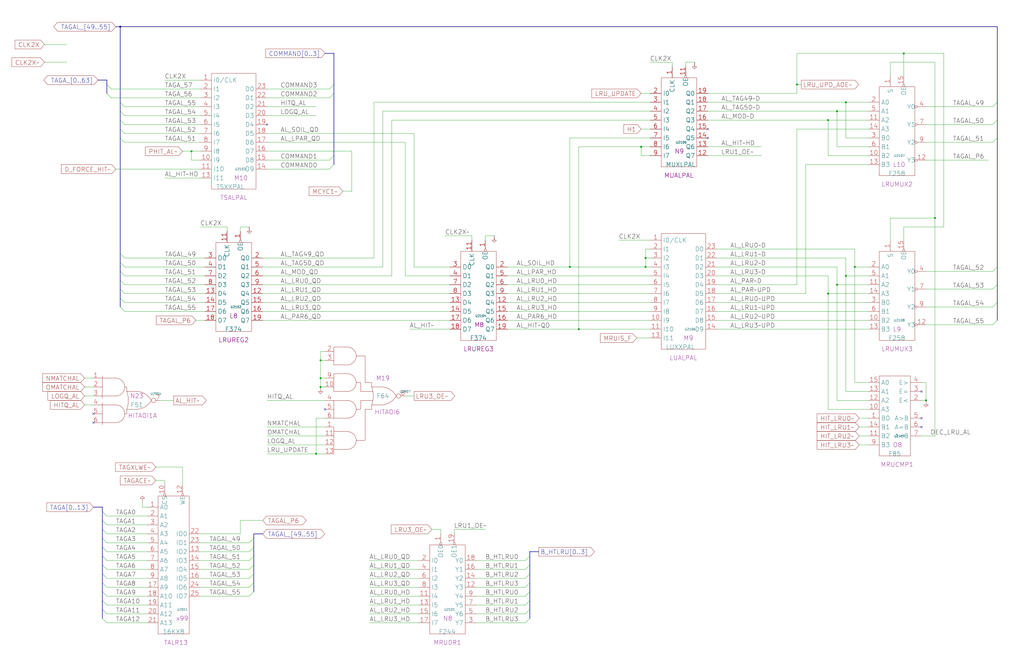
<source format=kicad_sch>
(kicad_sch (version 20230121) (generator eeschema)
  (paper "User" 584.2 378.46)
  (title_block (title "LRU LOGIC\\nPLANE A_LATE") (date "08-MAR-90") (rev "0.0") (comment 1 "MEM32 BOARD") (comment 2 "232-003066") (comment 3 "S400") (comment 4 "RELEASED"))
  (junction (at 180.34 259.08))
  (junction (at 528.32 228.6))
  (junction (at 330.2 187.96))
  (junction (at 368.3 152.4))
  (junction (at 109.22 86.36))
  (junction (at 68.58 15.24))
  (junction (at 515.62 30.48))
  (junction (at 477.52 63.5))
  (junction (at 325.12 152.4))
  (junction (at 365.76 83.82))
  (junction (at 472.44 68.58))
  (junction (at 487.68 152.4))
  (junction (at 477.52 162.56))
  (junction (at 368.3 147.32))
  (junction (at 482.6 58.42))
  (junction (at 182.88 205.74))
  (junction (at 472.44 167.64))
  (junction (at 182.88 220.98))
  (junction (at 454.66 48.26))
  (junction (at 482.6 157.48))
  (junction (at 182.88 215.9))
  (junction (at 533.4 124.46))
  (no_connect (at 403.86 78.74))
  (no_connect (at 53.34 236.22))
  (no_connect (at 525.78 238.76))
  (no_connect (at 53.34 241.3))
  (no_connect (at 152.4 71.12))
  (no_connect (at 525.78 223.52))
  (no_connect (at 403.86 73.66))
  (no_connect (at 525.78 243.84))
  (no_connect (at 185.42 233.68))
  (bus_entry (at 58.42 317.5) (size 2.54 2.54))
  (bus_entry (at 302.26 342.9) (size -2.54 2.54))
  (bus_entry (at 58.42 332.74) (size 2.54 2.54))
  (bus_entry (at 60.96 53.34) (size 2.54 2.54))
  (bus_entry (at 302.26 332.74) (size -2.54 2.54))
  (bus_entry (at 58.42 312.42) (size 2.54 2.54))
  (bus_entry (at 568.96 78.74) (size -2.54 2.54))
  (bus_entry (at 68.58 160.02) (size 2.54 2.54))
  (bus_entry (at 190.5 53.34) (size -2.54 2.54))
  (bus_entry (at 302.26 317.5) (size -2.54 2.54))
  (bus_entry (at 68.58 78.74) (size 2.54 2.54))
  (bus_entry (at 68.58 165.1) (size 2.54 2.54))
  (bus_entry (at 144.78 312.42) (size -2.54 2.54))
  (bus_entry (at 190.5 48.26) (size -2.54 2.54))
  (bus_entry (at 58.42 297.18) (size 2.54 2.54))
  (bus_entry (at 58.42 307.34) (size 2.54 2.54))
  (bus_entry (at 68.58 73.66) (size 2.54 2.54))
  (bus_entry (at 58.42 327.66) (size 2.54 2.54))
  (bus_entry (at 68.58 149.86) (size 2.54 2.54))
  (bus_entry (at 60.96 48.26) (size 2.54 2.54))
  (bus_entry (at 302.26 347.98) (size -2.54 2.54))
  (bus_entry (at 58.42 347.98) (size 2.54 2.54))
  (bus_entry (at 302.26 327.66) (size -2.54 2.54))
  (bus_entry (at 68.58 144.78) (size 2.54 2.54))
  (bus_entry (at 68.58 58.42) (size 2.54 2.54))
  (bus_entry (at 144.78 322.58) (size -2.54 2.54))
  (bus_entry (at 68.58 68.58) (size 2.54 2.54))
  (bus_entry (at 58.42 292.1) (size 2.54 2.54))
  (bus_entry (at 68.58 63.5) (size 2.54 2.54))
  (bus_entry (at 190.5 88.9) (size -2.54 2.54))
  (bus_entry (at 58.42 337.82) (size 2.54 2.54))
  (bus_entry (at 568.96 68.58) (size -2.54 2.54))
  (bus_entry (at 144.78 337.82) (size -2.54 2.54))
  (bus_entry (at 302.26 322.58) (size -2.54 2.54))
  (bus_entry (at 302.26 353.06) (size -2.54 2.54))
  (bus_entry (at 144.78 332.74) (size -2.54 2.54))
  (bus_entry (at 144.78 307.34) (size -2.54 2.54))
  (bus_entry (at 190.5 93.98) (size -2.54 2.54))
  (bus_entry (at 58.42 342.9) (size 2.54 2.54))
  (bus_entry (at 58.42 302.26) (size 2.54 2.54))
  (bus_entry (at 144.78 327.66) (size -2.54 2.54))
  (bus_entry (at 568.96 172.72) (size -2.54 2.54))
  (bus_entry (at 568.96 58.42) (size -2.54 2.54))
  (bus_entry (at 68.58 154.94) (size 2.54 2.54))
  (bus_entry (at 568.96 152.4) (size -2.54 2.54))
  (bus_entry (at 144.78 317.5) (size -2.54 2.54))
  (bus_entry (at 68.58 175.26) (size 2.54 2.54))
  (bus_entry (at 58.42 322.58) (size 2.54 2.54))
  (bus_entry (at 68.58 170.18) (size 2.54 2.54))
  (bus_entry (at 568.96 182.88) (size -2.54 2.54))
  (bus_entry (at 568.96 162.56) (size -2.54 2.54))
  (bus_entry (at 58.42 353.06) (size 2.54 2.54))
  (bus_entry (at 302.26 337.82) (size -2.54 2.54))
  (wire (pts (xy 487.68 152.4) (xy 487.68 142.24)))
  (wire (pts (xy 114.3 309.88) (xy 142.24 309.88)))
  (wire (pts (xy 25.4 25.4) (xy 38.1 25.4)))
  (wire (pts (xy 137.16 129.54) (xy 137.16 132.08)))
  (wire (pts (xy 403.86 53.34) (xy 454.66 53.34)))
  (bus (pts (xy 144.78 322.58) (xy 144.78 327.66)))
  (wire (pts (xy 403.86 83.82) (xy 434.34 83.82)))
  (wire (pts (xy 180.34 259.08) (xy 185.42 259.08)))
  (wire (pts (xy 60.96 294.64) (xy 83.82 294.64)))
  (wire (pts (xy 459.74 93.98) (xy 495.3 93.98)))
  (wire (pts (xy 525.78 228.6) (xy 528.32 228.6)))
  (wire (pts (xy 88.9 266.7) (xy 104.14 266.7)))
  (wire (pts (xy 60.96 335.28) (xy 83.82 335.28)))
  (wire (pts (xy 370.84 58.42) (xy 213.36 58.42)))
  (wire (pts (xy 180.34 238.76) (xy 185.42 238.76)))
  (wire (pts (xy 180.34 259.08) (xy 180.34 238.76)))
  (wire (pts (xy 71.12 172.72) (xy 116.84 172.72)))
  (wire (pts (xy 408.94 177.8) (xy 495.3 177.8)))
  (bus (pts (xy 568.96 172.72) (xy 568.96 162.56)))
  (wire (pts (xy 114.3 314.96) (xy 142.24 314.96)))
  (wire (pts (xy 368.3 142.24) (xy 368.3 147.32)))
  (wire (pts (xy 233.68 187.96) (xy 256.54 187.96)))
  (wire (pts (xy 525.78 248.92) (xy 533.4 248.92)))
  (bus (pts (xy 302.26 347.98) (xy 302.26 353.06)))
  (wire (pts (xy 185.42 200.66) (xy 182.88 200.66)))
  (bus (pts (xy 68.58 58.42) (xy 68.58 63.5)))
  (bus (pts (xy 144.78 332.74) (xy 144.78 337.82)))
  (wire (pts (xy 528.32 154.94) (xy 566.42 154.94)))
  (wire (pts (xy 368.3 147.32) (xy 368.3 152.4)))
  (wire (pts (xy 454.66 162.56) (xy 408.94 162.56)))
  (wire (pts (xy 25.4 35.56) (xy 38.1 35.56)))
  (wire (pts (xy 182.88 205.74) (xy 185.42 205.74)))
  (wire (pts (xy 353.06 137.16) (xy 370.84 137.16)))
  (wire (pts (xy 330.2 187.96) (xy 330.2 83.82)))
  (wire (pts (xy 528.32 185.42) (xy 566.42 185.42)))
  (wire (pts (xy 83.82 289.56) (xy 81.28 289.56)))
  (wire (pts (xy 71.12 157.48) (xy 116.84 157.48)))
  (wire (pts (xy 71.12 81.28) (xy 114.3 81.28)))
  (wire (pts (xy 459.74 167.64) (xy 459.74 93.98)))
  (wire (pts (xy 482.6 157.48) (xy 495.3 157.48)))
  (wire (pts (xy 114.3 101.6) (xy 93.98 101.6)))
  (wire (pts (xy 482.6 223.52) (xy 495.3 223.52)))
  (wire (pts (xy 370.84 35.56) (xy 383.54 35.56)))
  (wire (pts (xy 408.94 187.96) (xy 495.3 187.96)))
  (wire (pts (xy 289.56 182.88) (xy 370.84 182.88)))
  (bus (pts (xy 190.5 88.9) (xy 190.5 93.98)))
  (wire (pts (xy 477.52 228.6) (xy 477.52 162.56)))
  (wire (pts (xy 231.14 157.48) (xy 231.14 81.28)))
  (wire (pts (xy 281.94 134.62) (xy 276.86 134.62)))
  (wire (pts (xy 271.78 350.52) (xy 299.72 350.52)))
  (wire (pts (xy 93.98 274.32) (xy 93.98 276.86)))
  (wire (pts (xy 152.4 96.52) (xy 187.96 96.52)))
  (wire (pts (xy 490.22 238.76) (xy 495.3 238.76)))
  (wire (pts (xy 472.44 157.48) (xy 472.44 167.64)))
  (wire (pts (xy 454.66 53.34) (xy 454.66 48.26)))
  (wire (pts (xy 528.32 91.44) (xy 563.88 91.44)))
  (bus (pts (xy 568.96 78.74) (xy 568.96 152.4)))
  (wire (pts (xy 63.5 55.88) (xy 114.3 55.88)))
  (wire (pts (xy 495.3 78.74) (xy 482.6 78.74)))
  (wire (pts (xy 454.66 48.26) (xy 457.2 48.26)))
  (wire (pts (xy 71.12 162.56) (xy 116.84 162.56)))
  (wire (pts (xy 370.84 142.24) (xy 368.3 142.24)))
  (bus (pts (xy 68.58 68.58) (xy 68.58 73.66)))
  (wire (pts (xy 60.96 309.88) (xy 83.82 309.88)))
  (wire (pts (xy 289.56 177.8) (xy 370.84 177.8)))
  (bus (pts (xy 190.5 53.34) (xy 190.5 88.9)))
  (bus (pts (xy 302.26 337.82) (xy 302.26 342.9)))
  (wire (pts (xy 231.14 81.28) (xy 152.4 81.28)))
  (bus (pts (xy 58.42 289.56) (xy 58.42 292.1)))
  (wire (pts (xy 403.86 58.42) (xy 482.6 58.42)))
  (wire (pts (xy 60.96 320.04) (xy 83.82 320.04)))
  (wire (pts (xy 149.86 177.8) (xy 256.54 177.8)))
  (wire (pts (xy 325.12 152.4) (xy 368.3 152.4)))
  (wire (pts (xy 152.4 91.44) (xy 187.96 91.44)))
  (wire (pts (xy 472.44 167.64) (xy 472.44 233.68)))
  (bus (pts (xy 58.42 347.98) (xy 58.42 353.06)))
  (wire (pts (xy 477.52 152.4) (xy 408.94 152.4)))
  (wire (pts (xy 533.4 35.56) (xy 508 35.56)))
  (wire (pts (xy 495.3 228.6) (xy 477.52 228.6)))
  (wire (pts (xy 472.44 88.9) (xy 472.44 68.58)))
  (wire (pts (xy 289.56 167.64) (xy 370.84 167.64)))
  (wire (pts (xy 271.78 330.2) (xy 299.72 330.2)))
  (wire (pts (xy 528.32 218.44) (xy 528.32 228.6)))
  (wire (pts (xy 271.78 335.28) (xy 299.72 335.28)))
  (wire (pts (xy 365.76 73.66) (xy 370.84 73.66)))
  (wire (pts (xy 63.5 50.8) (xy 114.3 50.8)))
  (bus (pts (xy 190.5 48.26) (xy 190.5 53.34)))
  (wire (pts (xy 60.96 345.44) (xy 83.82 345.44)))
  (wire (pts (xy 370.84 68.58) (xy 223.52 68.58)))
  (wire (pts (xy 60.96 340.36) (xy 83.82 340.36)))
  (wire (pts (xy 223.52 157.48) (xy 149.86 157.48)))
  (wire (pts (xy 236.22 76.2) (xy 236.22 152.4)))
  (bus (pts (xy 58.42 312.42) (xy 58.42 317.5)))
  (wire (pts (xy 259.08 302.26) (xy 259.08 304.8)))
  (wire (pts (xy 256.54 157.48) (xy 231.14 157.48)))
  (bus (pts (xy 60.96 53.34) (xy 60.96 48.26)))
  (bus (pts (xy 68.58 165.1) (xy 68.58 170.18)))
  (bus (pts (xy 58.42 292.1) (xy 58.42 297.18)))
  (bus (pts (xy 185.42 30.48) (xy 190.5 30.48)))
  (wire (pts (xy 289.56 172.72) (xy 370.84 172.72)))
  (wire (pts (xy 71.12 147.32) (xy 116.84 147.32)))
  (wire (pts (xy 149.86 167.64) (xy 256.54 167.64)))
  (wire (pts (xy 91.44 228.6) (xy 99.06 228.6)))
  (wire (pts (xy 528.32 165.1) (xy 566.42 165.1)))
  (bus (pts (xy 58.42 342.9) (xy 58.42 347.98)))
  (wire (pts (xy 454.66 48.26) (xy 454.66 30.48)))
  (wire (pts (xy 149.86 297.18) (xy 137.16 297.18)))
  (wire (pts (xy 289.56 187.96) (xy 330.2 187.96)))
  (wire (pts (xy 365.76 83.82) (xy 370.84 83.82)))
  (wire (pts (xy 142.24 129.54) (xy 137.16 129.54)))
  (wire (pts (xy 271.78 345.44) (xy 299.72 345.44)))
  (bus (pts (xy 58.42 327.66) (xy 58.42 322.58)))
  (wire (pts (xy 48.26 226.06) (xy 53.34 226.06)))
  (wire (pts (xy 490.22 243.84) (xy 495.3 243.84)))
  (wire (pts (xy 60.96 350.52) (xy 83.82 350.52)))
  (wire (pts (xy 487.68 218.44) (xy 487.68 152.4)))
  (wire (pts (xy 111.76 182.88) (xy 116.84 182.88)))
  (wire (pts (xy 114.3 325.12) (xy 142.24 325.12)))
  (bus (pts (xy 68.58 170.18) (xy 68.58 175.26)))
  (bus (pts (xy 568.96 58.42) (xy 568.96 15.24)))
  (wire (pts (xy 210.82 350.52) (xy 238.76 350.52)))
  (wire (pts (xy 289.56 157.48) (xy 370.84 157.48)))
  (wire (pts (xy 114.3 340.36) (xy 142.24 340.36)))
  (bus (pts (xy 58.42 322.58) (xy 58.42 317.5)))
  (bus (pts (xy 58.42 332.74) (xy 58.42 327.66)))
  (wire (pts (xy 60.96 325.12) (xy 83.82 325.12)))
  (wire (pts (xy 114.3 335.28) (xy 142.24 335.28)))
  (bus (pts (xy 68.58 15.24) (xy 68.58 58.42)))
  (wire (pts (xy 48.26 220.98) (xy 53.34 220.98)))
  (bus (pts (xy 144.78 317.5) (xy 144.78 322.58)))
  (wire (pts (xy 236.22 152.4) (xy 256.54 152.4)))
  (wire (pts (xy 477.52 83.82) (xy 477.52 63.5)))
  (wire (pts (xy 71.12 60.96) (xy 114.3 60.96)))
  (wire (pts (xy 477.52 63.5) (xy 495.3 63.5)))
  (wire (pts (xy 525.78 218.44) (xy 528.32 218.44)))
  (wire (pts (xy 508 137.16) (xy 508 124.46)))
  (wire (pts (xy 477.52 162.56) (xy 477.52 152.4)))
  (bus (pts (xy 568.96 182.88) (xy 568.96 172.72)))
  (bus (pts (xy 58.42 297.18) (xy 58.42 302.26)))
  (wire (pts (xy 289.56 162.56) (xy 370.84 162.56)))
  (wire (pts (xy 515.62 129.54) (xy 515.62 137.16)))
  (bus (pts (xy 302.26 317.5) (xy 302.26 322.58)))
  (wire (pts (xy 60.96 330.2) (xy 83.82 330.2)))
  (bus (pts (xy 144.78 304.8) (xy 144.78 307.34)))
  (bus (pts (xy 68.58 144.78) (xy 68.58 149.86)))
  (wire (pts (xy 210.82 325.12) (xy 238.76 325.12)))
  (bus (pts (xy 190.5 30.48) (xy 190.5 48.26)))
  (wire (pts (xy 454.66 73.66) (xy 454.66 162.56)))
  (wire (pts (xy 137.16 297.18) (xy 137.16 304.8)))
  (wire (pts (xy 129.54 129.54) (xy 129.54 132.08)))
  (wire (pts (xy 213.36 147.32) (xy 149.86 147.32)))
  (wire (pts (xy 490.22 254) (xy 495.3 254)))
  (bus (pts (xy 568.96 162.56) (xy 568.96 152.4)))
  (wire (pts (xy 408.94 167.64) (xy 459.74 167.64)))
  (bus (pts (xy 302.26 322.58) (xy 302.26 327.66)))
  (wire (pts (xy 528.32 81.28) (xy 566.42 81.28)))
  (wire (pts (xy 365.76 53.34) (xy 370.84 53.34)))
  (wire (pts (xy 533.4 124.46) (xy 533.4 35.56)))
  (wire (pts (xy 330.2 187.96) (xy 370.84 187.96)))
  (bus (pts (xy 58.42 337.82) (xy 58.42 342.9)))
  (wire (pts (xy 93.98 45.72) (xy 114.3 45.72)))
  (wire (pts (xy 152.4 76.2) (xy 236.22 76.2)))
  (wire (pts (xy 149.86 182.88) (xy 256.54 182.88)))
  (bus (pts (xy 144.78 312.42) (xy 144.78 317.5)))
  (wire (pts (xy 152.4 50.8) (xy 187.96 50.8)))
  (wire (pts (xy 482.6 157.48) (xy 482.6 223.52)))
  (wire (pts (xy 71.12 177.8) (xy 116.84 177.8)))
  (wire (pts (xy 200.66 86.36) (xy 152.4 86.36)))
  (wire (pts (xy 149.86 172.72) (xy 256.54 172.72)))
  (wire (pts (xy 48.26 231.14) (xy 53.34 231.14)))
  (wire (pts (xy 472.44 68.58) (xy 495.3 68.58)))
  (bus (pts (xy 68.58 154.94) (xy 68.58 160.02)))
  (bus (pts (xy 302.26 327.66) (xy 302.26 332.74)))
  (bus (pts (xy 302.26 332.74) (xy 302.26 337.82)))
  (wire (pts (xy 528.32 71.12) (xy 566.42 71.12)))
  (wire (pts (xy 370.84 88.9) (xy 365.76 88.9)))
  (wire (pts (xy 48.26 215.9) (xy 53.34 215.9)))
  (wire (pts (xy 403.86 63.5) (xy 477.52 63.5)))
  (wire (pts (xy 482.6 147.32) (xy 482.6 157.48)))
  (wire (pts (xy 210.82 330.2) (xy 238.76 330.2)))
  (wire (pts (xy 195.58 109.22) (xy 200.66 109.22)))
  (wire (pts (xy 383.54 35.56) (xy 383.54 38.1)))
  (bus (pts (xy 60.96 45.72) (xy 55.88 45.72)))
  (wire (pts (xy 271.78 320.04) (xy 299.72 320.04)))
  (bus (pts (xy 60.96 48.26) (xy 60.96 45.72)))
  (wire (pts (xy 114.3 304.8) (xy 137.16 304.8)))
  (bus (pts (xy 68.58 149.86) (xy 68.58 154.94)))
  (wire (pts (xy 495.3 83.82) (xy 477.52 83.82)))
  (wire (pts (xy 60.96 314.96) (xy 83.82 314.96)))
  (wire (pts (xy 71.12 71.12) (xy 114.3 71.12)))
  (wire (pts (xy 104.14 266.7) (xy 104.14 276.86)))
  (wire (pts (xy 182.88 205.74) (xy 182.88 215.9)))
  (wire (pts (xy 88.9 274.32) (xy 93.98 274.32)))
  (wire (pts (xy 477.52 162.56) (xy 495.3 162.56)))
  (wire (pts (xy 528.32 175.26) (xy 566.42 175.26)))
  (wire (pts (xy 403.86 68.58) (xy 472.44 68.58)))
  (wire (pts (xy 218.44 63.5) (xy 370.84 63.5)))
  (wire (pts (xy 60.96 304.8) (xy 83.82 304.8)))
  (bus (pts (xy 66.04 15.24) (xy 68.58 15.24)))
  (wire (pts (xy 528.32 60.96) (xy 566.42 60.96)))
  (wire (pts (xy 365.76 88.9) (xy 365.76 83.82)))
  (wire (pts (xy 276.86 134.62) (xy 276.86 137.16)))
  (wire (pts (xy 60.96 299.72) (xy 83.82 299.72)))
  (wire (pts (xy 71.12 152.4) (xy 116.84 152.4)))
  (wire (pts (xy 210.82 355.6) (xy 238.76 355.6)))
  (wire (pts (xy 210.82 340.36) (xy 238.76 340.36)))
  (wire (pts (xy 368.3 152.4) (xy 370.84 152.4)))
  (bus (pts (xy 568.96 78.74) (xy 568.96 68.58)))
  (wire (pts (xy 210.82 335.28) (xy 238.76 335.28)))
  (wire (pts (xy 515.62 30.48) (xy 515.62 43.18)))
  (wire (pts (xy 508 35.56) (xy 508 43.18)))
  (wire (pts (xy 408.94 182.88) (xy 495.3 182.88)))
  (wire (pts (xy 152.4 55.88) (xy 187.96 55.88)))
  (wire (pts (xy 391.16 35.56) (xy 391.16 38.1)))
  (wire (pts (xy 330.2 83.82) (xy 365.76 83.82)))
  (wire (pts (xy 487.68 142.24) (xy 408.94 142.24)))
  (wire (pts (xy 114.3 320.04) (xy 142.24 320.04)))
  (bus (pts (xy 58.42 302.26) (xy 58.42 307.34)))
  (wire (pts (xy 408.94 147.32) (xy 482.6 147.32)))
  (bus (pts (xy 144.78 327.66) (xy 144.78 332.74)))
  (wire (pts (xy 210.82 345.44) (xy 238.76 345.44)))
  (bus (pts (xy 302.26 342.9) (xy 302.26 347.98)))
  (bus (pts (xy 568.96 68.58) (xy 568.96 58.42)))
  (bus (pts (xy 68.58 63.5) (xy 68.58 68.58)))
  (wire (pts (xy 109.22 86.36) (xy 114.3 86.36)))
  (wire (pts (xy 152.4 243.84) (xy 185.42 243.84)))
  (wire (pts (xy 391.16 35.56) (xy 396.24 35.56)))
  (wire (pts (xy 182.88 200.66) (xy 182.88 205.74)))
  (wire (pts (xy 254 134.62) (xy 269.24 134.62)))
  (bus (pts (xy 302.26 314.96) (xy 307.34 314.96)))
  (wire (pts (xy 408.94 157.48) (xy 472.44 157.48)))
  (wire (pts (xy 149.86 152.4) (xy 218.44 152.4)))
  (wire (pts (xy 213.36 58.42) (xy 213.36 147.32)))
  (wire (pts (xy 223.52 68.58) (xy 223.52 157.48)))
  (wire (pts (xy 495.3 88.9) (xy 472.44 88.9)))
  (wire (pts (xy 114.3 129.54) (xy 129.54 129.54)))
  (wire (pts (xy 200.66 109.22) (xy 200.66 86.36)))
  (bus (pts (xy 302.26 314.96) (xy 302.26 317.5)))
  (wire (pts (xy 251.46 302.26) (xy 251.46 304.8)))
  (wire (pts (xy 289.56 152.4) (xy 325.12 152.4)))
  (wire (pts (xy 231.14 226.06) (xy 236.22 226.06)))
  (wire (pts (xy 271.78 340.36) (xy 299.72 340.36)))
  (bus (pts (xy 58.42 307.34) (xy 58.42 312.42)))
  (wire (pts (xy 182.88 215.9) (xy 182.88 220.98)))
  (wire (pts (xy 71.12 66.04) (xy 114.3 66.04)))
  (wire (pts (xy 246.38 302.26) (xy 251.46 302.26)))
  (wire (pts (xy 482.6 78.74) (xy 482.6 58.42)))
  (wire (pts (xy 152.4 259.08) (xy 180.34 259.08)))
  (wire (pts (xy 472.44 167.64) (xy 495.3 167.64)))
  (wire (pts (xy 60.96 355.6) (xy 83.82 355.6)))
  (bus (pts (xy 58.42 337.82) (xy 58.42 332.74)))
  (wire (pts (xy 495.3 218.44) (xy 487.68 218.44)))
  (wire (pts (xy 182.88 215.9) (xy 185.42 215.9)))
  (wire (pts (xy 490.22 248.92) (xy 495.3 248.92)))
  (wire (pts (xy 81.28 289.56) (xy 81.28 287.02)))
  (wire (pts (xy 325.12 78.74) (xy 325.12 152.4)))
  (bus (pts (xy 568.96 15.24) (xy 68.58 15.24)))
  (wire (pts (xy 152.4 60.96) (xy 180.34 60.96)))
  (wire (pts (xy 533.4 124.46) (xy 533.4 248.92)))
  (wire (pts (xy 538.48 129.54) (xy 515.62 129.54)))
  (wire (pts (xy 271.78 355.6) (xy 299.72 355.6)))
  (wire (pts (xy 182.88 220.98) (xy 185.42 220.98)))
  (wire (pts (xy 149.86 162.56) (xy 256.54 162.56)))
  (bus (pts (xy 144.78 307.34) (xy 144.78 312.42)))
  (wire (pts (xy 152.4 248.92) (xy 185.42 248.92)))
  (wire (pts (xy 152.4 66.04) (xy 180.34 66.04)))
  (wire (pts (xy 363.22 193.04) (xy 370.84 193.04)))
  (wire (pts (xy 152.4 228.6) (xy 185.42 228.6)))
  (wire (pts (xy 482.6 58.42) (xy 495.3 58.42)))
  (wire (pts (xy 210.82 320.04) (xy 238.76 320.04)))
  (wire (pts (xy 454.66 30.48) (xy 515.62 30.48)))
  (wire (pts (xy 71.12 167.64) (xy 116.84 167.64)))
  (wire (pts (xy 368.3 147.32) (xy 370.84 147.32)))
  (wire (pts (xy 114.3 91.44) (xy 109.22 91.44)))
  (wire (pts (xy 487.68 152.4) (xy 495.3 152.4)))
  (wire (pts (xy 104.14 86.36) (xy 109.22 86.36)))
  (wire (pts (xy 515.62 30.48) (xy 538.48 30.48)))
  (wire (pts (xy 259.08 302.26) (xy 276.86 302.26)))
  (wire (pts (xy 472.44 233.68) (xy 495.3 233.68)))
  (wire (pts (xy 538.48 30.48) (xy 538.48 129.54)))
  (wire (pts (xy 114.3 330.2) (xy 142.24 330.2)))
  (wire (pts (xy 408.94 172.72) (xy 495.3 172.72)))
  (wire (pts (xy 218.44 152.4) (xy 218.44 63.5)))
  (bus (pts (xy 68.58 73.66) (xy 68.58 78.74)))
  (wire (pts (xy 495.3 73.66) (xy 454.66 73.66)))
  (wire (pts (xy 66.04 96.52) (xy 114.3 96.52)))
  (wire (pts (xy 271.78 325.12) (xy 299.72 325.12)))
  (wire (pts (xy 508 124.46) (xy 533.4 124.46)))
  (wire (pts (xy 71.12 76.2) (xy 114.3 76.2)))
  (bus (pts (xy 149.86 304.8) (xy 144.78 304.8)))
  (bus (pts (xy 53.34 289.56) (xy 58.42 289.56)))
  (wire (pts (xy 403.86 88.9) (xy 434.34 88.9)))
  (wire (pts (xy 152.4 254) (xy 185.42 254)))
  (bus (pts (xy 68.58 160.02) (xy 68.58 165.1)))
  (wire (pts (xy 325.12 78.74) (xy 370.84 78.74)))
  (bus (pts (xy 68.58 78.74) (xy 68.58 144.78)))
  (wire (pts (xy 269.24 134.62) (xy 269.24 137.16)))
  (wire (pts (xy 109.22 91.44) (xy 109.22 86.36)))
  (label "B_HTLRU1" (at 276.86 345.44 0) (effects (font (size 2.54 2.54))))
  (label "B_HTLRU0" (at 276.86 340.36 0) (effects (font (size 2.54 2.54))))
  (label "AL_LRU2~UPD" (at 416.56 182.88 0) (effects (font (size 2.54 2.54))))
  (label "AL_MOD_QD" (at 160.02 157.48 0) (effects (font (size 2.54 2.54))))
  (label "COMMAND1" (at 160.02 91.44 0) (effects (font (size 2.54 2.54))))
  (label "AL_TAG50_QD" (at 160.02 152.4 0) (effects (font (size 2.54 2.54))))
  (label "AL_LRU3_QD" (at 160.02 177.8 0) (effects (font (size 2.54 2.54))))
  (label "DEC_LRU_AL" (at 530.86 248.92 0) (effects (font (size 2.54 2.54))))
  (label "AL_LRU1_QD" (at 210.82 325.12 0) (effects (font (size 2.54 2.54))))
  (label "TAGAL_50" (at 119.38 314.96 0) (effects (font (size 2.54 2.54))))
  (label "OMATCHAL" (at 152.4 248.92 0) (effects (font (size 2.54 2.54))))
  (label "AL_SOIL_HD" (at 294.64 152.4 0) (effects (font (size 2.54 2.54))))
  (label "B_HTLRU0" (at 276.86 320.04 0) (effects (font (size 2.54 2.54))))
  (label "TAGAL_52" (at 93.98 162.56 0) (effects (font (size 2.54 2.54))))
  (label "TAGA11" (at 66.04 350.52 0) (effects (font (size 2.54 2.54))))
  (label "TAGA4" (at 66.04 314.96 0) (effects (font (size 2.54 2.54))))
  (label "CLK2X" (at 114.3 129.54 0) (effects (font (size 2.54 2.54))))
  (label "AL_PAR6_QD" (at 160.02 182.88 0) (effects (font (size 2.54 2.54))))
  (label "AL_LRU0_HD" (at 210.82 340.36 0) (effects (font (size 2.54 2.54))))
  (label "NMATCHAL" (at 152.4 243.84 0) (effects (font (size 2.54 2.54))))
  (label "TAGAL_55" (at 543.56 185.42 0) (effects (font (size 2.54 2.54))))
  (label "TAGA9" (at 66.04 340.36 0) (effects (font (size 2.54 2.54))))
  (label "AL_LPAR_QD" (at 160.02 81.28 0) (effects (font (size 2.54 2.54))))
  (label "TAGA_56" (at 93.98 55.88 0) (effects (font (size 2.54 2.54))))
  (label "AL_LRU0~D" (at 416.56 142.24 0) (effects (font (size 2.54 2.54))))
  (label "CLK2X" (at 93.98 45.72 0) (effects (font (size 2.54 2.54))))
  (label "TAGAL_54" (at 119.38 335.28 0) (effects (font (size 2.54 2.54))))
  (label "AL_TAG50~D" (at 411.48 63.5 0) (effects (font (size 2.54 2.54))))
  (label "B_HTLRU3" (at 276.86 355.6 0) (effects (font (size 2.54 2.54))))
  (label "TAGAL_49" (at 119.38 309.88 0) (effects (font (size 2.54 2.54))))
  (label "LOGQ_AL" (at 152.4 254 0) (effects (font (size 2.54 2.54))))
  (label "CLK2X" (at 353.06 137.16 0) (effects (font (size 2.54 2.54))))
  (label "TAGA5" (at 66.04 320.04 0) (effects (font (size 2.54 2.54))))
  (label "TAGAL_P6" (at 543.56 91.44 0) (effects (font (size 2.54 2.54))))
  (label "AL_PAR~D" (at 416.56 162.56 0) (effects (font (size 2.54 2.54))))
  (label "TAGAL_54" (at 93.98 172.72 0) (effects (font (size 2.54 2.54))))
  (label "TAGAL_51" (at 119.38 320.04 0) (effects (font (size 2.54 2.54))))
  (label "TAGA7" (at 66.04 330.2 0) (effects (font (size 2.54 2.54))))
  (label "TAGAL_54" (at 93.98 66.04 0) (effects (font (size 2.54 2.54))))
  (label "AL_LRU1_HD" (at 294.64 167.64 0) (effects (font (size 2.54 2.54))))
  (label "TAGA1" (at 66.04 299.72 0) (effects (font (size 2.54 2.54))))
  (label "TAGA3" (at 66.04 309.88 0) (effects (font (size 2.54 2.54))))
  (label "AL_LRU1~D" (at 416.56 147.32 0) (effects (font (size 2.54 2.54))))
  (label "TAGAL_49" (at 543.56 60.96 0) (effects (font (size 2.54 2.54))))
  (label "AL_LRU2_HD" (at 294.64 172.72 0) (effects (font (size 2.54 2.54))))
  (label "COMMAND2" (at 160.02 55.88 0) (effects (font (size 2.54 2.54))))
  (label "B_HTLRU2" (at 276.86 350.52 0) (effects (font (size 2.54 2.54))))
  (label "HITQ_AL" (at 160.02 60.96 0) (effects (font (size 2.54 2.54))))
  (label "AL_LRU2~D" (at 416.56 152.4 0) (effects (font (size 2.54 2.54))))
  (label "AL_LRU2_QD" (at 160.02 172.72 0) (effects (font (size 2.54 2.54))))
  (label "AL_LRU1~UPD" (at 416.56 177.8 0) (effects (font (size 2.54 2.54))))
  (label "TAGA6" (at 66.04 325.12 0) (effects (font (size 2.54 2.54))))
  (label "TAGA8" (at 66.04 335.28 0) (effects (font (size 2.54 2.54))))
  (label "TAGA12" (at 66.04 355.6 0) (effects (font (size 2.54 2.54))))
  (label "AL_MOD~D" (at 411.48 68.58 0) (effects (font (size 2.54 2.54))))
  (label "COMMAND3" (at 160.02 50.8 0) (effects (font (size 2.54 2.54))))
  (label "AL_LRU1_QD" (at 160.02 167.64 0) (effects (font (size 2.54 2.54))))
  (label "TAGAL_55" (at 93.98 60.96 0) (effects (font (size 2.54 2.54))))
  (label "AL_HIT~QD" (at 294.64 187.96 0) (effects (font (size 2.54 2.54))))
  (label "AL_LRU2_HD" (at 210.82 350.52 0) (effects (font (size 2.54 2.54))))
  (label "AL_TAG49~D" (at 411.48 58.42 0) (effects (font (size 2.54 2.54))))
  (label "LRU1_OE~" (at 411.48 88.9 0) (effects (font (size 2.54 2.54))))
  (label "TAGA0" (at 66.04 294.64 0) (effects (font (size 2.54 2.54))))
  (label "TAGAL_55" (at 119.38 340.36 0) (effects (font (size 2.54 2.54))))
  (label "AL_LRU3_QD" (at 210.82 335.28 0) (effects (font (size 2.54 2.54))))
  (label "TAGAL_52" (at 543.56 154.94 0) (effects (font (size 2.54 2.54))))
  (label "COMMAND0" (at 160.02 96.52 0) (effects (font (size 2.54 2.54))))
  (label "LRU_UPDATE" (at 152.4 259.08 0) (effects (font (size 2.54 2.54))))
  (label "AL_LRU2_QD" (at 210.82 330.2 0) (effects (font (size 2.54 2.54))))
  (label "AL_HIT~HD" (at 93.98 101.6 0) (effects (font (size 2.54 2.54))))
  (label "AL_LRU0_QD" (at 160.02 162.56 0) (effects (font (size 2.54 2.54))))
  (label "AL_LRU3~D" (at 416.56 157.48 0) (effects (font (size 2.54 2.54))))
  (label "AL_LRU0~UPD" (at 416.56 172.72 0) (effects (font (size 2.54 2.54))))
  (label "AL_LPAR_HD" (at 294.64 157.48 0) (effects (font (size 2.54 2.54))))
  (label "TAGAL_51" (at 93.98 81.28 0) (effects (font (size 2.54 2.54))))
  (label "TAGAL_51" (at 93.98 157.48 0) (effects (font (size 2.54 2.54))))
  (label "AL_LRU0_HD" (at 294.64 162.56 0) (effects (font (size 2.54 2.54))))
  (label "TAGA10" (at 66.04 345.44 0) (effects (font (size 2.54 2.54))))
  (label "TAGAL_52" (at 93.98 76.2 0) (effects (font (size 2.54 2.54))))
  (label "TAGAL_55" (at 93.98 177.8 0) (effects (font (size 2.54 2.54))))
  (label "TAGAL_52" (at 119.38 325.12 0) (effects (font (size 2.54 2.54))))
  (label "AL_TAG49_QD" (at 160.02 147.32 0) (effects (font (size 2.54 2.54))))
  (label "TAGAL_49" (at 93.98 147.32 0) (effects (font (size 2.54 2.54))))
  (label "HITQ_AL" (at 152.4 228.6 0) (effects (font (size 2.54 2.54))))
  (label "B_HTLRU2" (at 276.86 330.2 0) (effects (font (size 2.54 2.54))))
  (label "AL_SOIL_QD" (at 160.02 76.2 0) (effects (font (size 2.54 2.54))))
  (label "CLK2X~" (at 254 134.62 0) (effects (font (size 2.54 2.54))))
  (label "AL_PAR~UPD" (at 416.56 167.64 0) (effects (font (size 2.54 2.54))))
  (label "TAGAL_50" (at 93.98 152.4 0) (effects (font (size 2.54 2.54))))
  (label "TAGAL_54" (at 543.56 175.26 0) (effects (font (size 2.54 2.54))))
  (label "TAGAL_51" (at 543.56 81.28 0) (effects (font (size 2.54 2.54))))
  (label "B_HTLRU3" (at 276.86 335.28 0) (effects (font (size 2.54 2.54))))
  (label "TAGA2" (at 66.04 304.8 0) (effects (font (size 2.54 2.54))))
  (label "TAGAL_53" (at 93.98 71.12 0) (effects (font (size 2.54 2.54))))
  (label "AL_LRU3_HD" (at 294.64 177.8 0) (effects (font (size 2.54 2.54))))
  (label "TAGAL_53" (at 543.56 165.1 0) (effects (font (size 2.54 2.54))))
  (label "AL_LRU1_HD" (at 210.82 345.44 0) (effects (font (size 2.54 2.54))))
  (label "LOGQ_AL" (at 160.02 66.04 0) (effects (font (size 2.54 2.54))))
  (label "CLK2X" (at 370.84 35.56 0) (effects (font (size 2.54 2.54))))
  (label "TAGAL_53" (at 93.98 167.64 0) (effects (font (size 2.54 2.54))))
  (label "AL_LRU3_HD" (at 210.82 355.6 0) (effects (font (size 2.54 2.54))))
  (label "B_HTLRU1" (at 276.86 325.12 0) (effects (font (size 2.54 2.54))))
  (label "LRU1_OE~" (at 259.08 302.26 0) (effects (font (size 2.54 2.54))))
  (label "AL_HIT~HD" (at 411.48 83.82 0) (effects (font (size 2.54 2.54))))
  (label "TAGAL_50" (at 543.56 71.12 0) (effects (font (size 2.54 2.54))))
  (label "TAGA_57" (at 93.98 50.8 0) (effects (font (size 2.54 2.54))))
  (label "AL_LRU0_QD" (at 210.82 320.04 0) (effects (font (size 2.54 2.54))))
  (label "AL_LRU3~UPD" (at 416.56 187.96 0) (effects (font (size 2.54 2.54))))
  (label "AL_PAR6_HD" (at 294.64 182.88 0) (effects (font (size 2.54 2.54))))
  (label "TAGAL_53" (at 119.38 330.2 0) (effects (font (size 2.54 2.54))))
  (label "AL_HIT~" (at 233.68 187.96 0) (effects (font (size 2.54 2.54))))
  (global_label "HITQ_AL" (shape input) (at 48.26 231.14 180) (effects (font (size 2.54 2.54))) (property "Intersheetrefs" "${INTERSHEET_REFS}" (at 28.7988 230.9813 0) (effects (font (size 1.905 1.905)) (justify right))))
  (global_label "CLK2X~" (shape input) (at 25.4 35.56 180) (effects (font (size 2.54 2.54))) (property "Intersheetrefs" "${INTERSHEET_REFS}" (at 1.8264 35.4013 0) (effects (font (size 1.905 1.905)) (justify right))))
  (global_label "COMMAND[0..3]" (shape input) (at 185.42 30.48 180) (effects (font (size 2.54 2.54))) (property "Intersheetrefs" "${INTERSHEET_REFS}" (at 151.5654 30.3213 0) (effects (font (size 1.905 1.905)) (justify right))))
  (global_label "TAGAL_[49..55]" (shape bidirectional) (at 149.86 304.8 0) (effects (font (size 2.54 2.54))) (property "Intersheetrefs" "${INTERSHEET_REFS}" (at 185.8778 304.8 0) (effects (font (size 1.905 1.905)) (justify left))))
  (global_label "B_HTLRU[0..3]" (shape output) (at 307.34 314.96 0) (effects (font (size 2.54 2.54))) (property "Intersheetrefs" "${INTERSHEET_REFS}" (at 339.1384 314.8013 0) (effects (font (size 1.905 1.905)) (justify left))))
  (global_label "TAGA[0..13]" (shape input) (at 53.34 289.56 180) (effects (font (size 2.54 2.54))) (property "Intersheetrefs" "${INTERSHEET_REFS}" (at 25.9551 289.56 0) (effects (font (size 1.905 1.905)) (justify right))))
  (global_label "LRU_UPD_AOE~" (shape output) (at 457.2 48.26 0) (effects (font (size 2.54 2.54))) (property "Intersheetrefs" "${INTERSHEET_REFS}" (at 489.845 48.1013 0) (effects (font (size 1.905 1.905)) (justify left))))
  (global_label "H1" (shape input) (at 365.76 73.66 180) (effects (font (size 2.54 2.54))) (property "Intersheetrefs" "${INTERSHEET_REFS}" (at 355.854 73.5013 0) (effects (font (size 1.905 1.905)) (justify right))))
  (global_label "TAGAL_[49..55]" (shape bidirectional) (at 66.04 15.24 180) (effects (font (size 2.54 2.54))) (property "Intersheetrefs" "${INTERSHEET_REFS}" (at 29.7046 15.24 0) (effects (font (size 1.905 1.905)) (justify right))))
  (global_label "CLK2X" (shape input) (at 25.4 25.4 180) (effects (font (size 2.54 2.54))) (property "Intersheetrefs" "${INTERSHEET_REFS}" (at 1.7054 25.2413 0) (effects (font (size 1.905 1.905)) (justify right))))
  (global_label "LRU3_OE~" (shape input) (at 246.38 302.26 180) (effects (font (size 2.54 2.54))) (property "Intersheetrefs" "${INTERSHEET_REFS}" (at 223.1692 302.1013 0) (effects (font (size 1.905 1.905)) (justify right))))
  (global_label "MCYC1~" (shape input) (at 195.58 109.22 180) (effects (font (size 2.54 2.54))) (property "Intersheetrefs" "${INTERSHEET_REFS}" (at 176.3607 109.0613 0) (effects (font (size 1.905 1.905)) (justify right))))
  (global_label "HIT_LRU0~" (shape input) (at 490.22 238.76 180) (effects (font (size 2.54 2.54))) (property "Intersheetrefs" "${INTERSHEET_REFS}" (at 466.1626 238.6013 0) (effects (font (size 1.905 1.905)) (justify right))))
  (global_label "HIT_LRU3~" (shape input) (at 490.22 254 180) (effects (font (size 2.54 2.54))) (property "Intersheetrefs" "${INTERSHEET_REFS}" (at 466.1626 253.8413 0) (effects (font (size 1.905 1.905)) (justify right))))
  (global_label "LOGQ_AL" (shape input) (at 48.26 226.06 180) (effects (font (size 2.54 2.54))) (property "Intersheetrefs" "${INTERSHEET_REFS}" (at 27.3473 225.9013 0) (effects (font (size 1.905 1.905)) (justify right))))
  (global_label "D_FORCE_HIT~" (shape input) (at 66.04 96.52 180) (effects (font (size 2.54 2.54))) (property "Intersheetrefs" "${INTERSHEET_REFS}" (at 34.9673 96.3613 0) (effects (font (size 1.905 1.905)) (justify right))))
  (global_label "TAGAL_P6" (shape bidirectional) (at 149.86 297.18 0) (effects (font (size 2.54 2.54))) (property "Intersheetrefs" "${INTERSHEET_REFS}" (at 172.466 297.0213 0) (effects (font (size 1.905 1.905)) (justify left))))
  (global_label "TAGACE~" (shape input) (at 88.9 274.32 180) (effects (font (size 2.54 2.54))) (property "Intersheetrefs" "${INTERSHEET_REFS}" (at 66.173 274.1613 0) (effects (font (size 1.905 1.905)) (justify right))))
  (global_label "HIT_LRU1~" (shape input) (at 490.22 243.84 180) (effects (font (size 2.54 2.54))) (property "Intersheetrefs" "${INTERSHEET_REFS}" (at 466.1626 243.6813 0) (effects (font (size 1.905 1.905)) (justify right))))
  (global_label "AL_HIT~" (shape output) (at 99.06 228.6 0) (effects (font (size 2.54 2.54))) (property "Intersheetrefs" "${INTERSHEET_REFS}" (at 118.659 228.6 0) (effects (justify left))))
  (global_label "TAGA_[0..63]" (shape bidirectional) (at 55.88 45.72 180) (effects (font (size 2.54 2.54))) (property "Intersheetrefs" "${INTERSHEET_REFS}" (at 27.2264 45.5613 0) (effects (font (size 1.905 1.905)) (justify right))))
  (global_label "NMATCHAL" (shape input) (at 48.26 215.9 180) (effects (font (size 2.54 2.54))) (property "Intersheetrefs" "${INTERSHEET_REFS}" (at 24.3235 215.7413 0) (effects (font (size 1.905 1.905)) (justify right))))
  (global_label "PHIT_AL~" (shape input) (at 104.14 86.36 180) (effects (font (size 2.54 2.54))) (property "Intersheetrefs" "${INTERSHEET_REFS}" (at 82.9854 86.2013 0) (effects (font (size 1.905 1.905)) (justify right))))
  (global_label "OMATCHAL" (shape input) (at 48.26 220.98 180) (effects (font (size 2.54 2.54))) (property "Intersheetrefs" "${INTERSHEET_REFS}" (at 24.3235 220.8213 0) (effects (font (size 1.905 1.905)) (justify right))))
  (global_label "LRU3_OE~" (shape output) (at 236.22 226.06 0) (effects (font (size 2.54 2.54))) (property "Intersheetrefs" "${INTERSHEET_REFS}" (at 259.4308 225.9013 0) (effects (font (size 1.905 1.905)) (justify left))))
  (global_label "TAGXLWE~" (shape input) (at 88.9 266.7 180) (effects (font (size 2.54 2.54))) (property "Intersheetrefs" "${INTERSHEET_REFS}" (at 65.9311 266.5413 0) (effects (font (size 1.905 1.905)) (justify right))))
  (global_label "LRU_UPDATE" (shape input) (at 365.76 53.34 180) (effects (font (size 2.54 2.54))) (property "Intersheetrefs" "${INTERSHEET_REFS}" (at 337.5902 53.1813 0) (effects (font (size 1.905 1.905)) (justify right))))
  (global_label "TAGAL_P6" (shape input) (at 111.76 182.88 180) (effects (font (size 2.54 2.54))) (property "Intersheetrefs" "${INTERSHEET_REFS}" (at 89.154 182.7213 0) (effects (font (size 1.905 1.905)) (justify right))))
  (global_label "HIT_LRU2~" (shape input) (at 490.22 248.92 180) (effects (font (size 2.54 2.54))) (property "Intersheetrefs" "${INTERSHEET_REFS}" (at 466.1626 248.7613 0) (effects (font (size 1.905 1.905)) (justify right))))
  (global_label "MRUIS_F" (shape input) (at 363.22 193.04 180) (effects (font (size 2.54 2.54))) (property "Intersheetrefs" "${INTERSHEET_REFS}" (at 342.5492 192.8813 0) (effects (font (size 1.905 1.905)) (justify right))))
  (symbol (lib_id "r1000:F258") (at 510.54 93.98 0) (unit 1)
    (property "Reference" "U2107" (at 513.08 88.9 0))
    (property "Value" "F258" (at 506.73 99.06 0) (effects (font (size 2.54 2.54)) (justify left)))
    (property "Location" "L10" (at 509.27 93.98 0) (effects (font (size 2.54 2.54)) (justify left)))
    (property "Name" "LRUMUX2" (at 511.81 106.68 0) (effects (font (size 2.54 2.54)) (justify bottom)))
  )
  (symbol (lib_id "r1000:PD") (at 281.94 134.62 0) (unit 1) (in_bom no)
    (property "Reference" "#PWR0165" (effects hide))
    (property "Value" "PD" (effects hide))
  )
  (symbol (lib_id "r1000:TSXXPAL") (at 134.62 101.6 0) (unit 1)
    (property "Reference" "U2103" (at 137.16 96.52 0))
    (property "Value" "TSXXPAL" (at 123.19 106.68 0) (effects (font (size 2.54 2.54)) (justify left)))
    (property "Location" "M10" (at 133.35 101.6 0) (effects (font (size 2.54 2.54)) (justify left)))
    (property "Name" "TSALPAL" (at 133.35 114.3 0) (effects (font (size 2.54 2.54)) (justify bottom)))
  )
  (symbol (lib_id "r1000:F244") (at 254 353.06 0) (unit 1)
    (property "Reference" "U2101" (at 256.54 347.98 0))
    (property "Value" "F244" (at 250.19 360.68 0) (effects (font (size 2.54 2.54)) (justify left)))
    (property "Location" "N8" (at 252.73 353.06 0) (effects (font (size 2.54 2.54)) (justify left)))
    (property "Name" "MRUDR1" (at 255.27 368.3 0) (effects (font (size 2.54 2.54)) (justify bottom)))
  )
  (symbol (lib_id "r1000:MUXLPAL") (at 386.08 86.36 0) (unit 1)
    (property "Reference" "U2105" (at 388.62 81.28 0))
    (property "Value" "MUXLPAL" (at 379.73 93.98 0) (effects (font (size 2.54 2.54)) (justify left)))
    (property "Location" "N9" (at 384.81 86.36 0) (effects (font (size 2.54 2.54)) (justify left)))
    (property "Name" "MUALPAL" (at 387.35 101.6 0) (effects (font (size 2.54 2.54)) (justify bottom)))
  )
  (symbol (lib_id "r1000:F64") (at 215.9 226.06 0) (unit 1)
    (property "Reference" "U2907" (at 231.14 223.52 0))
    (property "Value" "F64" (at 218.44 226.06 0) (effects (font (size 2.54 2.54))))
    (property "Location" "M19" (at 218.44 215.9 0) (effects (font (size 2.54 2.54))))
    (property "Name" "HITAOI6" (at 220.98 236.68 0) (effects (font (size 2.54 2.54)) (justify bottom)))
    (instances (project "MEM32" (path "" (reference "U2907") (unit 1)) (path "" (reference "U1802") (unit 1))))
  )
  (symbol (lib_id "r1000:PD") (at 182.88 220.98 0) (unit 1) (in_bom no)
    (property "Reference" "#PWR0118" (effects hide))
    (property "Value" "PD" (effects hide))
    (instances (project "MEM32" (path "" (reference "#PWR0118") (unit 1)) (path "" (reference "#PWR01801") (unit 1))))
  )
  (symbol (lib_id "r1000:LUXXPAL") (at 391.16 193.04 0) (unit 1)
    (property "Reference" "U2106" (at 393.7 187.96 0))
    (property "Value" "LUXXPAL" (at 379.73 198.12 0) (effects (font (size 2.54 2.54)) (justify left)))
    (property "Location" "M9" (at 389.89 193.04 0) (effects (font (size 2.54 2.54)) (justify left)))
    (property "Name" "LUALPAL" (at 389.89 205.74 0) (effects (font (size 2.54 2.54)) (justify bottom)))
  )
  (symbol (lib_id "r1000:16KX8") (at 101.6 353.06 0) (unit 1)
    (property "Reference" "U2011" (at 104.14 347.98 0))
    (property "Value" "16KX8" (at 92.71 360.68 0) (effects (font (size 2.54 2.54)) (justify left)))
    (property "Location" "x99" (at 100.33 353.06 0) (effects (font (size 2.54 2.54)) (justify left)))
    (property "Name" "TALR13" (at 100.33 368.3 0) (effects (font (size 2.54 2.54)) (justify bottom)))
  )
  (symbol (lib_id "r1000:PD") (at 396.24 35.56 0) (unit 1) (in_bom no)
    (property "Reference" "#PWR0151" (effects hide))
    (property "Value" "PD" (effects hide))
  )
  (symbol (lib_id "r1000:PD") (at 142.24 129.54 0) (unit 1) (in_bom no)
    (property "Reference" "#PWR0168" (effects hide))
    (property "Value" "PD" (effects hide))
  )
  (symbol (lib_id "r1000:F374") (at 271.78 185.42 0) (unit 1)
    (property "Reference" "U2104" (at 274.32 180.34 0))
    (property "Value" "F374" (at 267.97 193.04 0) (effects (font (size 2.54 2.54)) (justify left)))
    (property "Location" "M8" (at 270.51 185.42 0) (effects (font (size 2.54 2.54)) (justify left)))
    (property "Name" "LRUREG3" (at 273.05 200.66 0) (effects (font (size 2.54 2.54)) (justify bottom)))
  )
  (symbol (lib_id "r1000:F85") (at 510.54 254 0) (unit 1)
    (property "Reference" "U2109" (at 513.08 248.92 0))
    (property "Value" "F85" (at 506.73 259.08 0) (effects (font (size 2.54 2.54)) (justify left)))
    (property "Location" "O8" (at 509.27 254 0) (effects (font (size 2.54 2.54)) (justify left)))
    (property "Name" "MRUCMP1" (at 511.81 266.7 0) (effects (font (size 2.54 2.54)) (justify bottom)))
  )
  (symbol (lib_id "r1000:PD") (at 528.32 228.6 0) (unit 1) (in_bom no)
    (property "Reference" "#PWR0153" (effects hide))
    (property "Value" "PD" (effects hide))
  )
  (symbol (lib_id "r1000:PU") (at 81.28 287.02 0) (unit 1)
    (property "Reference" "#PWR02001" (effects hide))
    (property "Value" "PU" (effects hide))
  )
  (symbol (lib_id "r1000:F258") (at 510.54 187.96 0) (unit 1)
    (property "Reference" "U2108" (at 513.08 182.88 0))
    (property "Value" "F258" (at 506.73 193.04 0) (effects (font (size 2.54 2.54)) (justify left)))
    (property "Location" "L9" (at 509.27 187.96 0) (effects (font (size 2.54 2.54)) (justify left)))
    (property "Name" "LRUMUX3" (at 511.81 200.66 0) (effects (font (size 2.54 2.54)) (justify bottom)))
  )
  (symbol (lib_id "r1000:F51") (at 76.2 226.06 0) (unit 1)
    (property "Reference" "U2904" (at 88.9 224.79 0))
    (property "Value" "F51" (at 78.105 231.14 0) (effects (font (size 2.54 2.54))))
    (property "Location" "N23" (at 78.105 226.06 0) (effects (font (size 2.54 2.54))))
    (property "Name" "HITAOI1A" (at 81.28 238.76 0) (effects (font (size 2.54 2.54)) (justify bottom)))
    (instances (project "MEM32" (path "" (reference "U2904") (unit 1)) (path "" (reference "U1801") (unit 1))))
  )
  (symbol (lib_id "r1000:F374") (at 132.08 180.34 0) (unit 1)
    (property "Reference" "U2102" (at 134.62 175.26 0))
    (property "Value" "F374" (at 128.27 187.96 0) (effects (font (size 2.54 2.54)) (justify left)))
    (property "Location" "L8" (at 130.81 180.34 0) (effects (font (size 2.54 2.54)) (justify left)))
    (property "Name" "LRUREG2" (at 133.35 195.58 0) (effects (font (size 2.54 2.54)) (justify bottom)))
  )
)
</source>
